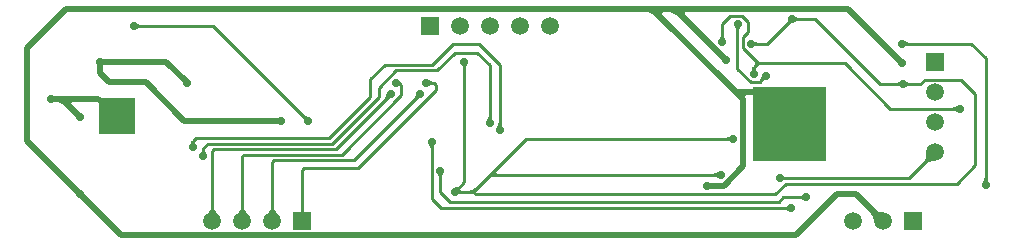
<source format=gbl>
G04 Layer_Physical_Order=2*
G04 Layer_Color=16711680*
%FSLAX25Y25*%
%MOIN*%
G70*
G01*
G75*
%ADD10C,0.01968*%
%ADD11R,0.16142X0.16142*%
%ADD31C,0.01000*%
%ADD32R,0.05905X0.05905*%
%ADD33C,0.05905*%
%ADD34R,0.05905X0.05905*%
%ADD35C,0.01968*%
%ADD36C,0.02756*%
%ADD37R,0.12008X0.11870*%
G36*
X590059Y262303D02*
X565600D01*
Y286762D01*
X590059D01*
Y262303D01*
D02*
G37*
G36*
X382980Y265758D02*
X382994Y265630D01*
X383017Y265507D01*
X383050Y265388D01*
X383092Y265273D01*
X383143Y265162D01*
X383203Y265056D01*
X383273Y264954D01*
X383352Y264857D01*
X383440Y264764D01*
X381511D01*
X381599Y264857D01*
X381678Y264954D01*
X381748Y265056D01*
X381808Y265162D01*
X381859Y265273D01*
X381901Y265388D01*
X381934Y265507D01*
X381957Y265630D01*
X381971Y265758D01*
X381976Y265890D01*
X382976D01*
X382980Y265758D01*
D02*
G37*
G36*
X626447Y262087D02*
X626023Y262084D01*
X625262Y262032D01*
X624925Y261983D01*
X624618Y261920D01*
X624340Y261841D01*
X624091Y261747D01*
X623871Y261638D01*
X623681Y261514D01*
X623519Y261375D01*
X622812Y262082D01*
X622951Y262244D01*
X623075Y262434D01*
X623184Y262654D01*
X623278Y262903D01*
X623357Y263181D01*
X623420Y263488D01*
X623469Y263825D01*
X623521Y264586D01*
X623524Y265010D01*
X626447Y262087D01*
D02*
G37*
G36*
X553937Y256614D02*
X553844Y256702D01*
X553746Y256781D01*
X553645Y256851D01*
X553538Y256911D01*
X553428Y256963D01*
X553313Y257004D01*
X553194Y257037D01*
X553070Y257060D01*
X552943Y257074D01*
X552810Y257079D01*
Y258079D01*
X552943Y258083D01*
X553070Y258097D01*
X553194Y258121D01*
X553313Y258153D01*
X553428Y258195D01*
X553538Y258246D01*
X553645Y258306D01*
X553746Y258376D01*
X553844Y258455D01*
X553937Y258543D01*
Y256614D01*
D02*
G37*
G36*
X462294Y257682D02*
X462215Y257585D01*
X462145Y257483D01*
X462085Y257377D01*
X462034Y257266D01*
X461992Y257152D01*
X461959Y257032D01*
X461936Y256909D01*
X461922Y256781D01*
X461917Y256649D01*
X460917D01*
X460913Y256781D01*
X460899Y256909D01*
X460876Y257032D01*
X460843Y257152D01*
X460801Y257266D01*
X460750Y257377D01*
X460690Y257483D01*
X460620Y257585D01*
X460541Y257682D01*
X460453Y257776D01*
X462382D01*
X462294Y257682D01*
D02*
G37*
G36*
X481804Y274617D02*
X481818Y274489D01*
X481841Y274365D01*
X481874Y274246D01*
X481915Y274131D01*
X481966Y274021D01*
X482027Y273915D01*
X482096Y273813D01*
X482175Y273715D01*
X482264Y273622D01*
X480335D01*
X480423Y273715D01*
X480502Y273813D01*
X480572Y273915D01*
X480632Y274021D01*
X480683Y274131D01*
X480725Y274246D01*
X480757Y274365D01*
X480781Y274489D01*
X480795Y274617D01*
X480799Y274749D01*
X481799D01*
X481804Y274617D01*
D02*
G37*
G36*
X416281Y277346D02*
X416381Y277266D01*
X416484Y277195D01*
X416592Y277134D01*
X416703Y277082D01*
X416817Y277040D01*
X416935Y277008D01*
X417056Y276985D01*
X417181Y276972D01*
X417309Y276968D01*
X415945Y275604D01*
X415941Y275733D01*
X415928Y275857D01*
X415906Y275979D01*
X415873Y276097D01*
X415831Y276211D01*
X415779Y276322D01*
X415718Y276429D01*
X415647Y276533D01*
X415567Y276633D01*
X415477Y276730D01*
X416184Y277437D01*
X416281Y277346D01*
D02*
G37*
G36*
X558170Y268524D02*
X558076Y268612D01*
X557979Y268691D01*
X557877Y268761D01*
X557771Y268821D01*
X557660Y268872D01*
X557545Y268914D01*
X557426Y268946D01*
X557303Y268970D01*
X557175Y268984D01*
X557043Y268988D01*
Y269988D01*
X557175Y269993D01*
X557303Y270007D01*
X557426Y270030D01*
X557545Y270062D01*
X557660Y270104D01*
X557771Y270155D01*
X557877Y270216D01*
X557979Y270286D01*
X558076Y270364D01*
X558170Y270453D01*
Y268524D01*
D02*
G37*
G36*
X459439Y267525D02*
X459360Y267427D01*
X459291Y267326D01*
X459230Y267219D01*
X459179Y267109D01*
X459137Y266994D01*
X459105Y266875D01*
X459082Y266752D01*
X459068Y266624D01*
X459063Y266492D01*
X458063D01*
X458058Y266624D01*
X458044Y266752D01*
X458021Y266875D01*
X457989Y266994D01*
X457947Y267109D01*
X457896Y267219D01*
X457835Y267326D01*
X457766Y267427D01*
X457687Y267525D01*
X457598Y267618D01*
X459528D01*
X459439Y267525D01*
D02*
G37*
G36*
X379438Y268590D02*
X379464Y268198D01*
X379473Y268153D01*
X379485Y268119D01*
X379497Y268096D01*
X379511Y268083D01*
X378363D01*
X378377Y268096D01*
X378390Y268119D01*
X378401Y268153D01*
X378410Y268198D01*
X378418Y268255D01*
X378430Y268400D01*
X378437Y268701D01*
X379437D01*
X379438Y268590D01*
D02*
G37*
G36*
X479841Y258651D02*
X479751Y258531D01*
X479695Y258425D01*
X479673Y258333D01*
X479685Y258256D01*
X479731Y258192D01*
X479812Y258142D01*
X479927Y258107D01*
X480075Y258086D01*
X480258Y258079D01*
X479258Y257079D01*
X479061Y257072D01*
X478870Y257050D01*
X478685Y257015D01*
X478505Y256966D01*
X478332Y256902D01*
X478164Y256824D01*
X478002Y256732D01*
X477846Y256626D01*
X477696Y256506D01*
X477551Y256372D01*
X478051Y257579D01*
X479965Y258786D01*
X479841Y258651D01*
D02*
G37*
G36*
X406028Y246595D02*
X406074Y246373D01*
X406153Y246141D01*
X406262Y245898D01*
X406403Y245646D01*
X406576Y245384D01*
X406780Y245111D01*
X407281Y244537D01*
X407579Y244235D01*
X403445D01*
X403743Y244537D01*
X404244Y245111D01*
X404448Y245384D01*
X404620Y245646D01*
X404761Y245898D01*
X404871Y246141D01*
X404949Y246373D01*
X404996Y246595D01*
X405012Y246808D01*
X406012D01*
X406028Y246595D01*
D02*
G37*
G36*
X416017Y245874D02*
X416032Y245702D01*
X416057Y245551D01*
X416092Y245419D01*
X416137Y245308D01*
X416192Y245217D01*
X416257Y245146D01*
X416332Y245095D01*
X416417Y245065D01*
X416512Y245055D01*
X414512D01*
X414607Y245065D01*
X414692Y245095D01*
X414767Y245146D01*
X414832Y245217D01*
X414887Y245308D01*
X414932Y245419D01*
X414967Y245551D01*
X414992Y245702D01*
X415007Y245874D01*
X415012Y246067D01*
X416012D01*
X416017Y245874D01*
D02*
G37*
G36*
X396027Y246595D02*
X396075Y246373D01*
X396153Y246141D01*
X396263Y245898D01*
X396404Y245646D01*
X396576Y245384D01*
X396780Y245111D01*
X397281Y244537D01*
X397579Y244235D01*
X393445D01*
X393743Y244537D01*
X394244Y245111D01*
X394448Y245384D01*
X394620Y245646D01*
X394761Y245898D01*
X394871Y246141D01*
X394949Y246373D01*
X394996Y246595D01*
X395012Y246808D01*
X396012D01*
X396027Y246595D01*
D02*
G37*
G36*
X606534Y245857D02*
X606746Y245691D01*
X606969Y245545D01*
X607203Y245419D01*
X607447Y245312D01*
X607702Y245226D01*
X607967Y245159D01*
X608244Y245112D01*
X608531Y245086D01*
X608829Y245079D01*
X605906Y242156D01*
X605899Y242453D01*
X605872Y242741D01*
X605825Y243017D01*
X605759Y243283D01*
X605672Y243537D01*
X605566Y243782D01*
X605439Y244015D01*
X605293Y244238D01*
X605127Y244450D01*
X604941Y244651D01*
X606333Y246043D01*
X606534Y245857D01*
D02*
G37*
G36*
X386028Y246595D02*
X386074Y246373D01*
X386153Y246141D01*
X386262Y245898D01*
X386403Y245646D01*
X386576Y245384D01*
X386780Y245111D01*
X387281Y244537D01*
X387579Y244235D01*
X383445D01*
X383743Y244537D01*
X384244Y245111D01*
X384448Y245384D01*
X384620Y245646D01*
X384761Y245898D01*
X384871Y246141D01*
X384949Y246373D01*
X384996Y246595D01*
X385012Y246808D01*
X386012D01*
X386028Y246595D01*
D02*
G37*
G36*
X468185Y253108D02*
X468095Y253011D01*
X468014Y252911D01*
X467943Y252807D01*
X467882Y252700D01*
X467830Y252589D01*
X467829Y252586D01*
X467832Y252585D01*
X467947Y252543D01*
X468066Y252510D01*
X468189Y252487D01*
X468317Y252473D01*
X468449Y252468D01*
Y251468D01*
X468317Y251464D01*
X468189Y251450D01*
X468066Y251427D01*
X467947Y251394D01*
X467832Y251352D01*
X467722Y251301D01*
X467615Y251241D01*
X467513Y251171D01*
X467416Y251092D01*
X467323Y251004D01*
Y252376D01*
X466352Y253346D01*
X466481Y253350D01*
X466606Y253363D01*
X466727Y253386D01*
X466845Y253418D01*
X466959Y253460D01*
X467070Y253512D01*
X467177Y253573D01*
X467281Y253644D01*
X467381Y253725D01*
X467478Y253815D01*
X468185Y253108D01*
D02*
G37*
G36*
X643713Y256211D02*
X643727Y256083D01*
X643750Y255960D01*
X643783Y255840D01*
X643825Y255726D01*
X643876Y255615D01*
X643936Y255509D01*
X644006Y255407D01*
X644085Y255310D01*
X644173Y255216D01*
X642244D01*
X642332Y255310D01*
X642411Y255407D01*
X642481Y255509D01*
X642541Y255615D01*
X642592Y255726D01*
X642634Y255840D01*
X642667Y255960D01*
X642690Y256083D01*
X642704Y256211D01*
X642709Y256343D01*
X643709D01*
X643713Y256211D01*
D02*
G37*
G36*
X473855Y252676D02*
X473727Y252535D01*
X473626Y252396D01*
X473551Y252258D01*
X473503Y252122D01*
X473483Y251988D01*
X473488Y251855D01*
X473521Y251723D01*
X473580Y251593D01*
X473666Y251465D01*
X473779Y251338D01*
X472941Y250761D01*
X472797Y250896D01*
X472646Y251016D01*
X472490Y251122D01*
X472328Y251214D01*
X472161Y251292D01*
X471987Y251355D01*
X471807Y251405D01*
X471622Y251440D01*
X471431Y251461D01*
X471234Y251468D01*
Y252468D01*
X471431Y252476D01*
X471622Y252497D01*
X471807Y252532D01*
X471987Y252582D01*
X472161Y252645D01*
X472328Y252723D01*
X472490Y252815D01*
X472646Y252921D01*
X472797Y253041D01*
X472941Y253176D01*
X473855Y252676D01*
D02*
G37*
G36*
X577461Y245394D02*
X577368Y245482D01*
X577270Y245561D01*
X577168Y245631D01*
X577062Y245691D01*
X576952Y245742D01*
X576837Y245784D01*
X576718Y245816D01*
X576594Y245840D01*
X576466Y245854D01*
X576334Y245858D01*
Y246858D01*
X576466Y246863D01*
X576594Y246877D01*
X576718Y246900D01*
X576837Y246933D01*
X576952Y246974D01*
X577062Y247025D01*
X577168Y247086D01*
X577270Y247156D01*
X577368Y247235D01*
X577461Y247323D01*
Y245394D01*
D02*
G37*
G36*
X582284Y249035D02*
X582190Y249124D01*
X582093Y249203D01*
X581991Y249272D01*
X581885Y249333D01*
X581774Y249384D01*
X581660Y249426D01*
X581540Y249458D01*
X581417Y249481D01*
X581289Y249495D01*
X581157Y249500D01*
Y250500D01*
X581289Y250505D01*
X581417Y250519D01*
X581540Y250542D01*
X581660Y250574D01*
X581774Y250616D01*
X581885Y250667D01*
X581991Y250728D01*
X582093Y250797D01*
X582190Y250876D01*
X582284Y250965D01*
Y249035D01*
D02*
G37*
G36*
X478370Y276890D02*
X478375Y276758D01*
X478389Y276630D01*
X478412Y276506D01*
X478444Y276387D01*
X478486Y276272D01*
X478537Y276162D01*
X478598Y276056D01*
X478667Y275954D01*
X478746Y275856D01*
X478835Y275763D01*
X476905Y275763D01*
X476994Y275856D01*
X477073Y275954D01*
X477142Y276056D01*
X477203Y276162D01*
X477254Y276272D01*
X477296Y276387D01*
X477328Y276506D01*
X477351Y276630D01*
X477365Y276758D01*
X477370Y276890D01*
X478370Y276890D01*
D02*
G37*
G36*
X555918Y303849D02*
X555932Y303721D01*
X555955Y303597D01*
X555988Y303478D01*
X556030Y303363D01*
X556081Y303253D01*
X556141Y303147D01*
X556211Y303045D01*
X556290Y302947D01*
X556378Y302854D01*
X554449D01*
X554537Y302947D01*
X554616Y303045D01*
X554686Y303147D01*
X554746Y303253D01*
X554797Y303363D01*
X554839Y303478D01*
X554872Y303597D01*
X554895Y303721D01*
X554909Y303849D01*
X554913Y303981D01*
X555913D01*
X555918Y303849D01*
D02*
G37*
G36*
X561536Y306594D02*
X561436Y306527D01*
X561346Y306452D01*
X561266Y306370D01*
X561197Y306280D01*
X561139Y306182D01*
X561092Y306077D01*
X561054Y305965D01*
X561028Y305845D01*
X561012Y305718D01*
X561007Y305583D01*
X560007Y305841D01*
X560003Y305970D01*
X559993Y306097D01*
X559975Y306222D01*
X559951Y306345D01*
X559920Y306466D01*
X559882Y306585D01*
X559837Y306703D01*
X559785Y306818D01*
X559726Y306931D01*
X559660Y307043D01*
X561536Y306594D01*
D02*
G37*
G36*
X616333Y302156D02*
X616431Y302077D01*
X616533Y302007D01*
X616639Y301947D01*
X616749Y301896D01*
X616864Y301854D01*
X616983Y301821D01*
X617107Y301798D01*
X617235Y301784D01*
X617367Y301780D01*
Y300780D01*
X617235Y300775D01*
X617107Y300761D01*
X616983Y300738D01*
X616864Y300705D01*
X616749Y300663D01*
X616639Y300612D01*
X616533Y300552D01*
X616431Y300482D01*
X616333Y300403D01*
X616240Y300315D01*
Y302244D01*
X616333Y302156D01*
D02*
G37*
G36*
X567016Y295807D02*
X567167Y295687D01*
X567323Y295581D01*
X567485Y295489D01*
X567652Y295411D01*
X567826Y295347D01*
X568006Y295298D01*
X568191Y295263D01*
X568382Y295241D01*
X568579Y295234D01*
Y294234D01*
X568382Y294227D01*
X568191Y294206D01*
X568006Y294171D01*
X567826Y294121D01*
X567652Y294057D01*
X567485Y293980D01*
X567323Y293888D01*
X567167Y293782D01*
X567016Y293661D01*
X566872Y293527D01*
X565958Y294027D01*
X566085Y294169D01*
X566184Y294310D01*
X566255Y294451D01*
X566297Y294593D01*
X566311Y294734D01*
X566297Y294876D01*
X566255Y295017D01*
X566184Y295159D01*
X566085Y295300D01*
X565958Y295441D01*
X566872Y295941D01*
X567016Y295807D01*
D02*
G37*
G36*
X566037Y302057D02*
X566134Y301978D01*
X566236Y301908D01*
X566342Y301848D01*
X566453Y301797D01*
X566568Y301755D01*
X566687Y301722D01*
X566810Y301699D01*
X566938Y301685D01*
X567070Y301680D01*
Y300680D01*
X566938Y300676D01*
X566810Y300662D01*
X566687Y300639D01*
X566568Y300606D01*
X566453Y300564D01*
X566342Y300513D01*
X566236Y300453D01*
X566134Y300383D01*
X566037Y300304D01*
X565944Y300216D01*
Y302145D01*
X566037Y302057D01*
D02*
G37*
G36*
X536530Y311811D02*
X536170Y311797D01*
X535877Y311755D01*
X535651Y311686D01*
X535493Y311588D01*
X535401Y311463D01*
X535377Y311310D01*
X535420Y311129D01*
X535531Y310920D01*
X535708Y310684D01*
X535953Y310419D01*
X533169D01*
X532885Y310684D01*
X532589Y310920D01*
X532282Y311129D01*
X531963Y311310D01*
X531633Y311463D01*
X531291Y311588D01*
X530938Y311686D01*
X530573Y311755D01*
X530197Y311797D01*
X529809Y311811D01*
X532185Y313779D01*
X536530Y311811D01*
D02*
G37*
G36*
X544010D02*
X543650Y311797D01*
X543357Y311755D01*
X543131Y311686D01*
X542973Y311588D01*
X542882Y311463D01*
X542858Y311310D01*
X542901Y311129D01*
X543011Y310920D01*
X543189Y310684D01*
X543434Y310419D01*
X540650D01*
X540365Y310684D01*
X540070Y310920D01*
X539763Y311129D01*
X539444Y311310D01*
X539114Y311463D01*
X538772Y311588D01*
X538418Y311686D01*
X538054Y311755D01*
X537677Y311797D01*
X537289Y311811D01*
X539665Y313779D01*
X544010Y311811D01*
D02*
G37*
G36*
X579817Y310325D02*
X579915Y310246D01*
X580017Y310176D01*
X580123Y310116D01*
X580234Y310065D01*
X580348Y310023D01*
X580468Y309991D01*
X580591Y309967D01*
X580719Y309953D01*
X580851Y309949D01*
Y308949D01*
X580719Y308944D01*
X580591Y308930D01*
X580468Y308907D01*
X580348Y308875D01*
X580234Y308833D01*
X580123Y308782D01*
X580017Y308721D01*
X579915Y308651D01*
X579817Y308573D01*
X579724Y308484D01*
Y310413D01*
X579817Y310325D01*
D02*
G37*
G36*
X360329Y307963D02*
X360427Y307884D01*
X360529Y307814D01*
X360635Y307754D01*
X360745Y307703D01*
X360860Y307661D01*
X360979Y307628D01*
X361103Y307605D01*
X361231Y307591D01*
X361363Y307587D01*
Y306587D01*
X361231Y306582D01*
X361103Y306568D01*
X360979Y306545D01*
X360860Y306512D01*
X360745Y306470D01*
X360635Y306419D01*
X360529Y306359D01*
X360427Y306289D01*
X360329Y306210D01*
X360236Y306122D01*
Y308051D01*
X360329Y307963D01*
D02*
G37*
G36*
X578726Y308071D02*
X578598Y308067D01*
X578473Y308054D01*
X578352Y308032D01*
X578234Y307999D01*
X578120Y307957D01*
X578009Y307906D01*
X577902Y307844D01*
X577798Y307773D01*
X577698Y307693D01*
X577601Y307603D01*
X576894Y308310D01*
X576984Y308406D01*
X577065Y308507D01*
X577136Y308611D01*
X577197Y308718D01*
X577248Y308828D01*
X577290Y308943D01*
X577323Y309061D01*
X577346Y309182D01*
X577359Y309307D01*
X577362Y309435D01*
X578726Y308071D01*
D02*
G37*
G36*
X470365Y294198D02*
X470286Y294101D01*
X470216Y293999D01*
X470155Y293893D01*
X470104Y293782D01*
X470062Y293667D01*
X470030Y293548D01*
X470007Y293425D01*
X469993Y293297D01*
X469988Y293165D01*
X468988D01*
X468984Y293297D01*
X468970Y293425D01*
X468946Y293548D01*
X468914Y293667D01*
X468872Y293782D01*
X468821Y293893D01*
X468760Y293999D01*
X468691Y294101D01*
X468612Y294198D01*
X468524Y294291D01*
X470453D01*
X470365Y294198D01*
D02*
G37*
G36*
X454711Y283071D02*
X454582Y283067D01*
X454458Y283054D01*
X454336Y283032D01*
X454218Y282999D01*
X454104Y282957D01*
X453993Y282906D01*
X453886Y282844D01*
X453782Y282773D01*
X453682Y282693D01*
X453585Y282603D01*
X452878Y283310D01*
X452968Y283406D01*
X453049Y283507D01*
X453120Y283611D01*
X453181Y283718D01*
X453233Y283828D01*
X453275Y283943D01*
X453307Y284061D01*
X453330Y284182D01*
X453343Y284307D01*
X453346Y284435D01*
X454711Y283071D01*
D02*
G37*
G36*
X559241Y287151D02*
X559537Y286914D01*
X559844Y286706D01*
X560162Y286525D01*
X560493Y286372D01*
X560835Y286246D01*
X561188Y286149D01*
X561553Y286079D01*
X561929Y286037D01*
X562317Y286024D01*
X564286Y284055D01*
X563918Y284048D01*
X563604Y284028D01*
X563343Y283994D01*
X563135Y283946D01*
X562980Y283885D01*
X562878Y283810D01*
X562828Y283721D01*
X562832Y283619D01*
X562889Y283503D01*
X562999Y283373D01*
X559245Y284343D01*
X557853Y285735D01*
X558957Y287416D01*
X559241Y287151D01*
D02*
G37*
G36*
X444868Y283071D02*
X444740Y283067D01*
X444615Y283054D01*
X444494Y283032D01*
X444376Y282999D01*
X444262Y282957D01*
X444151Y282906D01*
X444043Y282844D01*
X443940Y282773D01*
X443840Y282693D01*
X443743Y282603D01*
X443036Y283310D01*
X443126Y283406D01*
X443206Y283507D01*
X443277Y283611D01*
X443339Y283718D01*
X443390Y283828D01*
X443432Y283943D01*
X443465Y284061D01*
X443487Y284182D01*
X443501Y284307D01*
X443504Y284435D01*
X444868Y283071D01*
D02*
G37*
G36*
X633563Y278563D02*
X633470Y278651D01*
X633372Y278730D01*
X633271Y278800D01*
X633164Y278860D01*
X633054Y278911D01*
X632939Y278953D01*
X632820Y278986D01*
X632696Y279009D01*
X632569Y279023D01*
X632436Y279028D01*
Y280028D01*
X632569Y280032D01*
X632696Y280046D01*
X632820Y280069D01*
X632939Y280102D01*
X633054Y280144D01*
X633164Y280195D01*
X633271Y280255D01*
X633372Y280325D01*
X633470Y280404D01*
X633563Y280492D01*
Y278563D01*
D02*
G37*
G36*
X339620Y281949D02*
X339260Y281935D01*
X338967Y281893D01*
X338742Y281823D01*
X338583Y281726D01*
X338492Y281601D01*
X338468Y281448D01*
X338511Y281267D01*
X338621Y281058D01*
X338799Y280821D01*
X339044Y280557D01*
X336260D01*
X335976Y280821D01*
X335680Y281058D01*
X335373Y281267D01*
X335054Y281448D01*
X334724Y281601D01*
X334382Y281726D01*
X334029Y281823D01*
X333664Y281893D01*
X333287Y281935D01*
X332899Y281949D01*
X335276Y283917D01*
X339620Y281949D01*
D02*
G37*
G36*
X569864Y289178D02*
X569737Y289184D01*
X569614Y289179D01*
X569494Y289163D01*
X569377Y289136D01*
X569263Y289099D01*
X569153Y289051D01*
X569046Y288993D01*
X568942Y288923D01*
X568841Y288843D01*
X568743Y288753D01*
X568093Y289517D01*
X568183Y289613D01*
X568264Y289712D01*
X568336Y289815D01*
X568400Y289922D01*
X568456Y290033D01*
X568503Y290147D01*
X568541Y290265D01*
X568571Y290386D01*
X568593Y290511D01*
X568605Y290640D01*
X569864Y289178D01*
D02*
G37*
G36*
X566476Y293193D02*
X566501Y292938D01*
X566524Y292826D01*
X566552Y292723D01*
X566587Y292631D01*
X566629Y292549D01*
X566677Y292477D01*
X566731Y292414D01*
X566792Y292362D01*
X565153D01*
X565214Y292414D01*
X565268Y292477D01*
X565316Y292549D01*
X565357Y292631D01*
X565393Y292723D01*
X565421Y292826D01*
X565444Y292938D01*
X565460Y293060D01*
X565469Y293193D01*
X565473Y293335D01*
X566472D01*
X566476Y293193D01*
D02*
G37*
G36*
X457770Y289065D02*
X457868Y288986D01*
X457970Y288917D01*
X458076Y288856D01*
X458186Y288805D01*
X458301Y288763D01*
X458420Y288731D01*
X458544Y288708D01*
X458672Y288694D01*
X458804Y288689D01*
Y287689D01*
X458672Y287684D01*
X458544Y287670D01*
X458420Y287647D01*
X458301Y287615D01*
X458186Y287573D01*
X458076Y287522D01*
X457970Y287461D01*
X457868Y287392D01*
X457770Y287313D01*
X457677Y287224D01*
Y289154D01*
X457770Y289065D01*
D02*
G37*
G36*
X614764Y286831D02*
X614671Y286919D01*
X614573Y286998D01*
X614471Y287068D01*
X614365Y287128D01*
X614255Y287179D01*
X614140Y287221D01*
X614021Y287253D01*
X613897Y287277D01*
X613769Y287291D01*
X613637Y287295D01*
Y288295D01*
X613769Y288300D01*
X613897Y288314D01*
X614021Y288337D01*
X614140Y288370D01*
X614255Y288411D01*
X614365Y288462D01*
X614471Y288523D01*
X614573Y288593D01*
X614671Y288672D01*
X614764Y288760D01*
Y286831D01*
D02*
G37*
G36*
X616825Y288672D02*
X616923Y288593D01*
X617025Y288523D01*
X617131Y288462D01*
X617241Y288411D01*
X617356Y288370D01*
X617476Y288337D01*
X617599Y288314D01*
X617727Y288300D01*
X617859Y288295D01*
Y287295D01*
X617727Y287291D01*
X617599Y287277D01*
X617476Y287253D01*
X617356Y287221D01*
X617241Y287179D01*
X617131Y287128D01*
X617025Y287068D01*
X616923Y286998D01*
X616825Y286919D01*
X616732Y286831D01*
Y288760D01*
X616825Y288672D01*
D02*
G37*
D10*
X575453Y285039D02*
X577756Y282736D01*
X559941Y285039D02*
X575453D01*
X335276Y282933D02*
X341240Y276969D01*
X331693Y282933D02*
X335276D01*
X348181Y295268D02*
X370079D01*
X376969Y288189D02*
Y288378D01*
X370079Y295268D02*
X376969Y288378D01*
X375985Y275590D02*
X408464D01*
X363189Y288386D02*
X375985Y275590D01*
X351134Y288386D02*
X363189D01*
X348181Y291339D02*
X351134Y288386D01*
X348181Y291339D02*
Y295268D01*
X323721Y268701D02*
X341339Y251083D01*
X532185Y312795D02*
X539665D01*
X532185D02*
X559941Y285039D01*
X539665Y312795D02*
X556693Y295768D01*
X599902Y251083D02*
X608858Y242126D01*
X593602Y251083D02*
X599902D01*
X341339D02*
X355020Y237402D01*
X579921D01*
X593602Y251083D01*
X597420Y312795D02*
X615235Y294980D01*
X539665Y312795D02*
X597420D01*
X550196Y253937D02*
X555905D01*
X562303Y260335D01*
Y282677D01*
X559941Y285039D02*
X562303Y282677D01*
X335276Y282933D02*
X347480D01*
X349410Y281004D01*
X323721Y268701D02*
Y299803D01*
X336713Y312795D01*
X532185D01*
D11*
X577756Y274508D02*
D03*
D31*
X456693Y288189D02*
X459417D01*
X460003Y287603D01*
Y285958D02*
Y287603D01*
X433887Y259842D02*
X460003Y285958D01*
X416098Y259842D02*
X433887D01*
X415512Y259257D02*
X416098Y259842D01*
X415512Y242126D02*
Y259257D01*
X469488Y255118D02*
Y295276D01*
X466339Y251969D02*
X469488Y255118D01*
X440945Y286417D02*
X446850Y292323D01*
X460433D01*
X437992Y283465D02*
Y289370D01*
X442913Y294291D01*
X458661D01*
X465551Y301181D01*
X474409D01*
X460433Y292323D02*
X466339Y298228D01*
X473824D01*
X474409Y301181D02*
X481299Y294291D01*
Y272638D02*
Y294291D01*
X473824Y298228D02*
X477870Y294182D01*
Y274779D02*
Y294182D01*
X378937Y266831D02*
Y268701D01*
X424197Y269669D02*
X437992Y283465D01*
X378937Y268701D02*
X379906Y269669D01*
X440945Y283465D02*
Y286417D01*
X382476Y263779D02*
Y266334D01*
X425362Y267882D02*
X440945Y283465D01*
X382476Y266334D02*
X384024Y267882D01*
X385512Y242126D02*
Y265509D01*
X426528Y266094D02*
X444882Y284449D01*
X385512Y265509D02*
X386098Y266094D01*
X446850Y288189D02*
X447803D01*
X448389Y287603D01*
Y284019D02*
Y287603D01*
X395512Y242126D02*
Y263721D01*
X428677Y264307D02*
X448389Y284019D01*
X395512Y263721D02*
X396098Y264307D01*
X405512Y242126D02*
Y261934D01*
X432795Y262520D02*
X454724Y284449D01*
X405512Y261934D02*
X406098Y262520D01*
X432795D01*
X396098Y264307D02*
X428677D01*
X386098Y266094D02*
X426528D01*
X384024Y267882D02*
X425362D01*
X379906Y269669D02*
X424197D01*
X574803Y256398D02*
X617835D01*
X626476Y265039D01*
X556693Y295669D02*
Y295768D01*
X477697Y274606D02*
X477870Y274779D01*
X477870Y274779D02*
Y274779D01*
X458563Y249606D02*
Y268602D01*
X461417Y251673D02*
Y258760D01*
Y251673D02*
X464567Y248524D01*
X615256Y301279D02*
X638484D01*
X643209Y296555D01*
Y254232D02*
Y296555D01*
X565973Y293335D02*
X567372Y294734D01*
X565973Y291254D02*
Y293335D01*
X569835Y290551D02*
X569980D01*
X567872Y288589D02*
X569835Y290551D01*
X564868Y288589D02*
X567872D01*
X555413Y301870D02*
Y307972D01*
X557882Y310441D01*
X472441Y251969D02*
X478051Y257579D01*
X466339Y251969D02*
X472441D01*
X489961Y269488D02*
X559154D01*
X478051Y257579D02*
X489961Y269488D01*
X567372Y294734D02*
X596211D01*
X557882Y310441D02*
X561931D01*
X563976Y308395D01*
Y305118D02*
Y308395D01*
X560507Y307456D02*
X560827Y307776D01*
X560507Y292951D02*
X564868Y288589D01*
X560507Y292951D02*
Y307456D01*
X562294Y303436D02*
X563976Y305118D01*
X562294Y299812D02*
X567372Y294734D01*
X562294Y299812D02*
Y303436D01*
X564959Y301181D02*
X570472D01*
X578740Y309449D01*
X608071Y287795D02*
X615748D01*
X586417Y309449D02*
X608071Y287795D01*
X578740Y309449D02*
X586417D01*
X596211Y294734D02*
X611417Y279528D01*
X634547D01*
X615748Y287795D02*
X621486D01*
X622970Y289280D01*
X634933D01*
X639764Y284449D01*
Y260827D02*
Y284449D01*
X458563Y249606D02*
X461811Y246358D01*
X578445D01*
X478051Y257579D02*
X554921D01*
X464567Y248524D02*
X574311D01*
X575787Y250000D01*
X583268D01*
X472441Y251969D02*
X473425Y250984D01*
X573159D01*
X576785Y254610D01*
X633547D01*
X639764Y260827D01*
X385827Y307087D02*
X417323Y275590D01*
X359252Y307087D02*
X385827D01*
D32*
X415512Y242126D02*
D03*
X458032Y307087D02*
D03*
X618858Y242126D02*
D03*
D33*
X405512D02*
D03*
X395512D02*
D03*
X385512D02*
D03*
X468032Y307087D02*
D03*
X478031D02*
D03*
X488031D02*
D03*
X498032D02*
D03*
X598858Y242126D02*
D03*
X608858D02*
D03*
X626476Y285039D02*
D03*
Y275039D02*
D03*
Y265039D02*
D03*
D34*
Y295039D02*
D03*
D35*
X571260Y268012D02*
D03*
Y272342D02*
D03*
Y276673D02*
D03*
Y281004D02*
D03*
X575591Y268012D02*
D03*
Y272342D02*
D03*
Y276673D02*
D03*
Y281004D02*
D03*
X579921Y268012D02*
D03*
Y272342D02*
D03*
Y276673D02*
D03*
Y281004D02*
D03*
X584252Y268012D02*
D03*
Y272342D02*
D03*
Y276673D02*
D03*
Y281004D02*
D03*
X353740Y273819D02*
D03*
X355709Y276969D02*
D03*
X353740Y280118D02*
D03*
X351772Y276969D02*
D03*
D36*
X456693Y288189D02*
D03*
X446850D02*
D03*
X444882Y284449D02*
D03*
X331693Y282933D02*
D03*
X341240Y276969D02*
D03*
X378937Y266831D02*
D03*
X469488Y295276D02*
D03*
X481299Y272638D02*
D03*
X382476Y263779D02*
D03*
X454724Y284449D02*
D03*
X408464Y275590D02*
D03*
X348181Y295268D02*
D03*
X376969Y288189D02*
D03*
X341339Y251083D02*
D03*
X615748Y287795D02*
D03*
X615235Y294980D02*
D03*
X574803Y256398D02*
D03*
X477870Y274779D02*
D03*
X458563Y268602D02*
D03*
X461417Y258760D02*
D03*
X578445Y246358D02*
D03*
X554921Y257579D02*
D03*
X559154Y269488D02*
D03*
X569980Y290551D02*
D03*
X634547Y279528D02*
D03*
X556693Y295768D02*
D03*
X615256Y301279D02*
D03*
X643209Y254232D02*
D03*
X555413Y301870D02*
D03*
X565973Y291254D02*
D03*
X560827Y307776D02*
D03*
X564959Y301181D02*
D03*
X578740Y309449D02*
D03*
X583268Y250000D02*
D03*
X550196Y253937D02*
D03*
X466339Y251969D02*
D03*
X417323Y275590D02*
D03*
X359252Y307087D02*
D03*
D37*
X353740Y276998D02*
D03*
M02*

</source>
